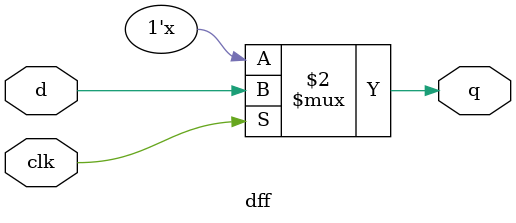
<source format=v>
/*******************************************************************************
Vendor: GoodKook, goodkook@gmail.com
Associated Filename: dff.v
Purpose: D-FlipFlop in Behavioral Verilog
Revision History: Aug. 1, 2024
*******************************************************************************/

module dff(clk, d, q);
input clk, d;
output q;

reg q;

//assign q = (clk)? d : q;    // Circular combinational logic

//always @(posedge clk) // edge trigger
//always @(clk or d)
always @(clk)
begin
    if (clk)
        q <= d;
end

endmodule

</source>
